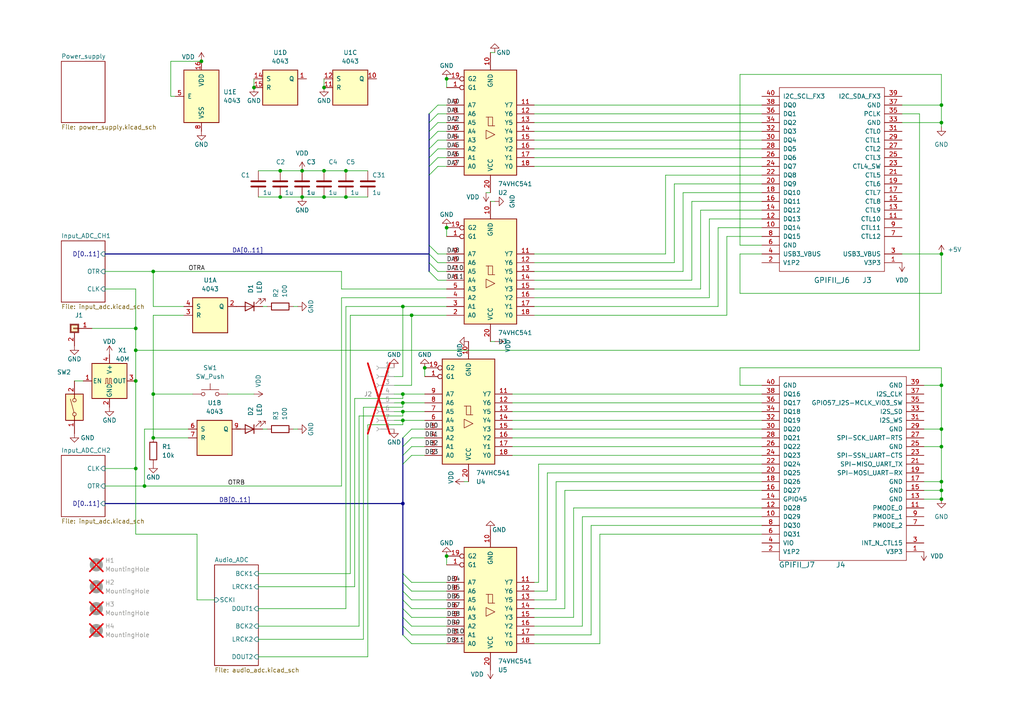
<source format=kicad_sch>
(kicad_sch (version 20231120) (generator "eeschema") (generator_version "8.0")
  (paper "A4")
  (title_block (title "MISRC") (date "2024-05-10") (rev "2.0") (comment 1 "Digital Interface"))
  (lib_symbols
    (symbol "4043:4043" (pin_names (offset 1.016))
      (property "Reference" "U" (at -7.62 8.89 0))
      (property "Value" "4043" (at -7.62 -8.89 0))
      (symbol "4043_1_1"
        (rectangle (start -5.08 5.08) (end 5.08 -5.08) (stroke (width 0.254)) (fill (type background)))
        (pin output line (at 7.62 2.54 180) (length 2.54) (name "Q") (number "2"))
        (pin input line (at -7.62 0 0) (length 2.54) (name "R") (number "3"))
        (pin input line (at -7.62 2.54 0) (length 2.54) (name "S") (number "4"))
      )
      (symbol "4043_2_1"
        (rectangle (start -5.08 5.08) (end 5.08 -5.08) (stroke (width 0.254)) (fill (type background)))
        (pin input line (at -7.62 2.54 0) (length 2.54) (name "S") (number "6"))
        (pin input line (at -7.62 0 0) (length 2.54) (name "R") (number "7"))
        (pin output line (at 7.62 2.54 180) (length 2.54) (name "Q") (number "9"))
      )
      (symbol "4043_3_1"
        (rectangle (start -5.08 5.08) (end 5.08 -5.08) (stroke (width 0.254)) (fill (type background)))
        (pin output line (at 7.62 2.54 180) (length 2.54) (name "Q") (number "10"))
        (pin input line (at -7.62 0 0) (length 2.54) (name "R") (number "11"))
        (pin input line (at -7.62 2.54 0) (length 2.54) (name "S") (number "12"))
      )
      (symbol "4043_4_1"
        (rectangle (start -5.08 5.08) (end 5.08 -5.08) (stroke (width 0.254)) (fill (type background)))
        (pin output line (at 7.62 2.54 180) (length 2.54) (name "Q") (number "1"))
        (pin input line (at -7.62 2.54 0) (length 2.54) (name "S") (number "14"))
        (pin input line (at -7.62 0 0) (length 2.54) (name "R") (number "15"))
      )
      (symbol "4043_5_0"
        (pin power_in line (at 0 10.16 270) (length 2.54) (name "VDD") (number "16"))
        (pin input line (at -7.62 0 0) (length 2.54) (name "E") (number "5"))
        (pin power_in line (at 0 -10.16 90) (length 2.54) (name "VSS") (number "8"))
      )
      (symbol "4043_5_1"
        (rectangle (start -5.08 7.62) (end 5.08 -7.62) (stroke (width 0.254)) (fill (type background)))
      )
    )
    (symbol "74xx:74LS541" (pin_names (offset 1.016))
      (property "Reference" "U" (at -7.62 16.51 0))
      (property "Value" "74LS541" (at -7.62 -16.51 0))
      (symbol "74LS541_1_0"
        (polyline (pts (xy -0.635 -1.6002) (xy -0.635 0.9398) (xy 0.635 0.9398)))
        (polyline (pts (xy -1.27 -1.6002) (xy 0.635 -1.6002) (xy 0.635 0.9398) (xy 1.27 0.9398)))
        (polyline (pts (xy 1.27 3.4798) (xy -1.27 4.7498) (xy -1.27 2.2098) (xy 1.27 3.4798)) (stroke (width 0.1524)))
        (pin input inverted (at -12.7 -10.16 0) (length 5.08) (name "G1") (number "1"))
        (pin power_in line (at 0 -20.32 90) (length 5.08) (name "GND") (number "10"))
        (pin tri_state line (at 12.7 -5.08 180) (length 5.08) (name "Y7") (number "11"))
        (pin tri_state line (at 12.7 -2.54 180) (length 5.08) (name "Y6") (number "12"))
        (pin tri_state line (at 12.7 0 180) (length 5.08) (name "Y5") (number "13"))
        (pin tri_state line (at 12.7 2.54 180) (length 5.08) (name "Y4") (number "14"))
        (pin tri_state line (at 12.7 5.08 180) (length 5.08) (name "Y3") (number "15"))
        (pin tri_state line (at 12.7 7.62 180) (length 5.08) (name "Y2") (number "16"))
        (pin tri_state line (at 12.7 10.16 180) (length 5.08) (name "Y1") (number "17"))
        (pin tri_state line (at 12.7 12.7 180) (length 5.08) (name "Y0") (number "18"))
        (pin input inverted (at -12.7 -12.7 0) (length 5.08) (name "G2") (number "19"))
        (pin input line (at -12.7 12.7 0) (length 5.08) (name "A0") (number "2"))
        (pin power_in line (at 0 20.32 270) (length 5.08) (name "VCC") (number "20"))
        (pin input line (at -12.7 10.16 0) (length 5.08) (name "A1") (number "3"))
        (pin input line (at -12.7 7.62 0) (length 5.08) (name "A2") (number "4"))
        (pin input line (at -12.7 5.08 0) (length 5.08) (name "A3") (number "5"))
        (pin input line (at -12.7 2.54 0) (length 5.08) (name "A4") (number "6"))
        (pin input line (at -12.7 0 0) (length 5.08) (name "A5") (number "7"))
        (pin input line (at -12.7 -2.54 0) (length 5.08) (name "A6") (number "8"))
        (pin input line (at -12.7 -5.08 0) (length 5.08) (name "A7") (number "9"))
      )
      (symbol "74LS541_1_1"
        (rectangle (start -7.62 15.24) (end 7.62 -15.24) (stroke (width 0.254)) (fill (type background)))
      )
    )
    (symbol "Connector:Conn_01x08_Socket" (pin_names (offset 1.016) hide)
      (property "Reference" "J" (at 0 10.16 0))
      (property "Value" "Conn_01x08_Socket" (at 0 -12.7 0))
      (symbol "Conn_01x08_Socket_1_1"
        (arc (start 0 -9.652) (mid -0.5058 -10.16) (end 0 -10.668) (stroke (width 0.1524)))
        (arc (start 0 -7.112) (mid -0.5058 -7.62) (end 0 -8.128) (stroke (width 0.1524)))
        (arc (start 0 -4.572) (mid -0.5058 -5.08) (end 0 -5.588) (stroke (width 0.1524)))
        (arc (start 0 -2.032) (mid -0.5058 -2.54) (end 0 -3.048) (stroke (width 0.1524)))
        (polyline (pts (xy -1.27 -10.16) (xy -0.508 -10.16)) (stroke (width 0.1524)))
        (polyline (pts (xy -1.27 -7.62) (xy -0.508 -7.62)) (stroke (width 0.1524)))
        (polyline (pts (xy -1.27 -5.08) (xy -0.508 -5.08)) (stroke (width 0.1524)))
        (polyline (pts (xy -1.27 -2.54) (xy -0.508 -2.54)) (stroke (width 0.1524)))
        (polyline (pts (xy -1.27 0) (xy -0.508 0)) (stroke (width 0.1524)))
        (polyline (pts (xy -1.27 2.54) (xy -0.508 2.54)) (stroke (width 0.1524)))
        (polyline (pts (xy -1.27 5.08) (xy -0.508 5.08)) (stroke (width 0.1524)))
        (polyline (pts (xy -1.27 7.62) (xy -0.508 7.62)) (stroke (width 0.1524)))
        (arc (start 0 0.508) (mid -0.5058 0) (end 0 -0.508) (stroke (width 0.1524)))
        (arc (start 0 3.048) (mid -0.5058 2.54) (end 0 2.032) (stroke (width 0.1524)))
        (arc (start 0 5.588) (mid -0.5058 5.08) (end 0 4.572) (stroke (width 0.1524)))
        (arc (start 0 8.128) (mid -0.5058 7.62) (end 0 7.112) (stroke (width 0.1524)))
        (pin passive line (at -5.08 7.62 0) (length 3.81) (name "Pin_1") (number "1"))
        (pin passive line (at -5.08 5.08 0) (length 3.81) (name "Pin_2") (number "2"))
        (pin passive line (at -5.08 2.54 0) (length 3.81) (name "Pin_3") (number "3"))
        (pin passive line (at -5.08 0 0) (length 3.81) (name "Pin_4") (number "4"))
        (pin passive line (at -5.08 -2.54 0) (length 3.81) (name "Pin_5") (number "5"))
        (pin passive line (at -5.08 -5.08 0) (length 3.81) (name "Pin_6") (number "6"))
        (pin passive line (at -5.08 -7.62 0) (length 3.81) (name "Pin_7") (number "7"))
        (pin passive line (at -5.08 -10.16 0) (length 3.81) (name "Pin_8") (number "8"))
      )
    )
    (symbol "Connector_Generic_Shielded:Conn_01x01_Shielded" (pin_names (offset 1.016) hide)
      (property "Reference" "J1" (at -2.54 3.81 0))
      (symbol "Conn_01x01_Shielded_1_1"
        (rectangle (start -1.27 1.27) (end 1.27 -1.27) (stroke (width 0.1524)))
        (rectangle (start -1.016 0.127) (end 0.254 -0.127) (stroke (width 0.1524)))
        (rectangle (start -1.016 1.016) (end 1.016 -1.016) (stroke (width 0.254)) (fill (type background)))
        (pin passive line (at -5.08 0 0) (length 4.064) (name "Pin_1") (number "1"))
        (pin passive line (at 0 -5.08 90) (length 3.81) (name "Shield") (number "2"))
      )
    )
    (symbol "Device:C" (pin_numbers hide) (pin_names (offset 0.254))
      (property "Reference" "C" (at 0.635 2.54 0))
      (property "Value" "C" (at 0.635 -2.54 0))
      (symbol "C_0_1"
        (polyline (pts (xy -2.032 -0.762) (xy 2.032 -0.762)) (stroke (width 0.508)))
        (polyline (pts (xy -2.032 0.762) (xy 2.032 0.762)) (stroke (width 0.508)))
      )
      (symbol "C_1_1"
        (pin passive line (at 0 3.81 270) (length 2.794) (name "~") (number "1"))
        (pin passive line (at 0 -3.81 90) (length 2.794) (name "~") (number "2"))
      )
    )
    (symbol "Device:LED" (pin_numbers hide) (pin_names (offset 1.016) hide)
      (property "Reference" "D" (at 0 2.54 0))
      (property "Value" "LED" (at 0 -2.54 0))
      (symbol "LED_0_1"
        (polyline (pts (xy -1.27 -1.27) (xy -1.27 1.27)) (stroke (width 0.254)))
        (polyline (pts (xy -1.27 0) (xy 1.27 0)))
        (polyline (pts (xy 1.27 -1.27) (xy 1.27 1.27) (xy -1.27 0) (xy 1.27 -1.27)) (stroke (width 0.254)))
        (polyline (pts (xy -3.048 -0.762) (xy -4.572 -2.286) (xy -3.81 -2.286) (xy -4.572 -2.286) (xy -4.572 -1.524)))
        (polyline (pts (xy -1.778 -0.762) (xy -3.302 -2.286) (xy -2.54 -2.286) (xy -3.302 -2.286) (xy -3.302 -1.524)))
      )
      (symbol "LED_1_1"
        (pin passive line (at -3.81 0 0) (length 2.54) (name "K") (number "1"))
        (pin passive line (at 3.81 0 180) (length 2.54) (name "A") (number "2"))
      )
    )
    (symbol "Device:R" (pin_numbers hide) (pin_names (offset 0))
      (property "Reference" "R" (at 2.032 0 90))
      (property "Value" "R" (at 0 0 90))
      (symbol "R_0_1"
        (rectangle (start -1.016 -2.54) (end 1.016 2.54) (stroke (width 0.254)))
      )
      (symbol "R_1_1"
        (pin passive line (at 0 3.81 270) (length 1.27) (name "~") (number "1"))
        (pin passive line (at 0 -3.81 90) (length 1.27) (name "~") (number "2"))
      )
    )
    (symbol "Mechanical:MountingHole" (pin_names (offset 1.016))
      (property "Reference" "H" (at 0 5.08 0))
      (property "Value" "MountingHole" (at 0 3.175 0))
      (symbol "MountingHole_0_1"
        (circle (center 0 0) (radius 1.27) (stroke (width 1.27)))
      )
    )
    (symbol "Oscillator:XO53" (pin_names (offset 0.254))
      (property "Reference" "X" (at -5.08 6.35 0))
      (property "Value" "XO53" (at 1.27 -6.35 0))
      (symbol "XO53_0_1"
        (rectangle (start -5.08 5.08) (end 5.08 -5.08) (stroke (width 0.254)) (fill (type background)))
        (polyline (pts (xy 0.762 -0.762) (xy 0.508 -0.762) (xy 0.508 0.762) (xy 0 0.762) (xy 0 -0.762) (xy -0.508 -0.762) (xy -0.508 0.762) (xy -1.016 0.762) (xy -1.016 -0.762) (xy -1.27 -0.762)))
      )
      (symbol "XO53_1_1"
        (pin input line (at -7.62 0 0) (length 2.54) (name "EN") (number "1"))
        (pin power_in line (at 0 -7.62 90) (length 2.54) (name "GND") (number "2"))
        (pin output line (at 7.62 0 180) (length 2.54) (name "OUT") (number "3"))
        (pin power_in line (at 0 7.62 270) (length 2.54) (name "V+") (number "4"))
      )
    )
    (symbol "Switch:SW_DIP_x01" (pin_names (offset 0) hide)
      (property "Reference" "SW" (at 0 3.81 0))
      (property "Value" "SW_DIP_x01" (at 0 -3.81 0))
      (symbol "SW_DIP_x01_0_0"
        (circle (center -2.032 0) (radius 0.508))
        (polyline (pts (xy -1.524 0.127) (xy 2.3622 1.1684)))
        (circle (center 2.032 0) (radius 0.508))
      )
      (symbol "SW_DIP_x01_0_1"
        (rectangle (start -3.81 2.54) (end 3.81 -2.54) (stroke (width 0.254)) (fill (type background)))
      )
      (symbol "SW_DIP_x01_1_1"
        (pin passive line (at -7.62 0 0) (length 5.08) (name "~") (number "1"))
        (pin passive line (at 7.62 0 180) (length 5.08) (name "~") (number "2"))
      )
    )
    (symbol "Switch:SW_Push" (pin_numbers hide) (pin_names (offset 1.016) hide)
      (property "Reference" "SW" (at 1.27 2.54 0))
      (property "Value" "SW_Push" (at 0 -1.524 0))
      (symbol "SW_Push_0_1"
        (circle (center -2.032 0) (radius 0.508))
        (polyline (pts (xy 0 1.27) (xy 0 3.048)))
        (polyline (pts (xy 2.54 1.27) (xy -2.54 1.27)))
        (circle (center 2.032 0) (radius 0.508))
        (pin passive line (at -5.08 0 0) (length 2.54) (name "1") (number "1"))
        (pin passive line (at 5.08 0 180) (length 2.54) (name "2") (number "2"))
      )
    )
    (symbol "gpifii_j6:GPIFII_J6" (pin_names (offset 1.016))
      (property "Reference" "J3" (at -10.16 27.94 0))
      (property "Value" "GPIFII_J6" (at 0 27.94 0))
      (symbol "GPIFII_J6_0_1"
        (rectangle (start -15.24 25.4) (end 15.24 -27.94))
      )
      (symbol "GPIFII_J6_1_1"
        (pin power_in line (at -20.32 22.86 0) (length 5.08) (name "V3P3") (number "1"))
        (pin bidirectional line (at 20.32 12.7 180) (length 5.08) (name "DQ14") (number "10"))
        (pin bidirectional line (at -20.32 10.16 0) (length 5.08) (name "CTL10") (number "11"))
        (pin bidirectional line (at 20.32 10.16 180) (length 5.08) (name "DQ13") (number "12"))
        (pin bidirectional line (at -20.32 7.62 0) (length 5.08) (name "CTL9") (number "13"))
        (pin bidirectional line (at 20.32 7.62 180) (length 5.08) (name "DQ12") (number "14"))
        (pin bidirectional line (at -20.32 5.08 0) (length 5.08) (name "CTL8") (number "15"))
        (pin bidirectional line (at 20.32 5.08 180) (length 5.08) (name "DQ11") (number "16"))
        (pin bidirectional line (at -20.32 2.54 0) (length 5.08) (name "CTL7") (number "17"))
        (pin bidirectional line (at 20.32 2.54 180) (length 5.08) (name "DQ10") (number "18"))
        (pin bidirectional line (at -20.32 0 0) (length 5.08) (name "CTL6") (number "19"))
        (pin power_out line (at 20.32 22.86 180) (length 5.08) (name "V1P2") (number "2"))
        (pin bidirectional line (at 20.32 0 180) (length 5.08) (name "DQ9") (number "20"))
        (pin bidirectional line (at -20.32 -2.54 0) (length 5.08) (name "CTL5") (number "21"))
        (pin bidirectional line (at 20.32 -2.54 180) (length 5.08) (name "DQ8") (number "22"))
        (pin bidirectional line (at -20.32 -5.08 0) (length 5.08) (name "CTL4_SW") (number "23"))
        (pin bidirectional line (at 20.32 -5.08 180) (length 5.08) (name "DQ7") (number "24"))
        (pin bidirectional line (at -20.32 -7.62 0) (length 5.08) (name "CTL3") (number "25"))
        (pin bidirectional line (at 20.32 -7.62 180) (length 5.08) (name "DQ6") (number "26"))
        (pin bidirectional line (at -20.32 -10.16 0) (length 5.08) (name "CTL2") (number "27"))
        (pin bidirectional line (at 20.32 -10.16 180) (length 5.08) (name "DQ5") (number "28"))
        (pin bidirectional line (at -20.32 -12.7 0) (length 5.08) (name "CTL1") (number "29"))
        (pin power_in line (at -20.32 20.32 0) (length 5.08) (name "USB3_VBUS") (number "3"))
        (pin bidirectional line (at 20.32 -12.7 180) (length 5.08) (name "DQ4") (number "30"))
        (pin bidirectional line (at -20.32 -15.24 0) (length 5.08) (name "CTL0") (number "31"))
        (pin bidirectional line (at 20.32 -15.24 180) (length 5.08) (name "DQ3") (number "32"))
        (pin power_in line (at -20.32 -17.78 0) (length 5.08) (name "GND") (number "33"))
        (pin bidirectional line (at 20.32 -17.78 180) (length 5.08) (name "DQ2") (number "34"))
        (pin bidirectional line (at -20.32 -20.32 0) (length 5.08) (name "PCLK") (number "35"))
        (pin bidirectional line (at 20.32 -20.32 180) (length 5.08) (name "DQ1") (number "36"))
        (pin power_in line (at -20.32 -22.86 0) (length 5.08) (name "GND") (number "37"))
        (pin bidirectional line (at 20.32 -22.86 180) (length 5.08) (name "DQ0") (number "38"))
        (pin bidirectional line (at -20.32 -25.4 0) (length 5.08) (name "I2C_SDA_FX3") (number "39"))
        (pin power_in line (at 20.32 20.32 180) (length 5.08) (name "USB3_VBUS") (number "4"))
        (pin bidirectional line (at 20.32 -25.4 180) (length 5.08) (name "I2C_SCL_FX3") (number "40"))
        (pin power_in line (at 20.32 17.78 180) (length 5.08) (name "GND") (number "6"))
        (pin bidirectional line (at -20.32 15.24 0) (length 5.08) (name "CTL12") (number "7"))
        (pin bidirectional line (at 20.32 15.24 180) (length 5.08) (name "DQ15") (number "8"))
        (pin bidirectional line (at -20.32 12.7 0) (length 5.08) (name "CTL11") (number "9"))
      )
    )
    (symbol "gpifii_j7:GPIFII_J7" (pin_names (offset 1.016))
      (property "Reference" "J4" (at 0 26.67 0))
      (property "Value" "GPIFII_J7" (at 12.7 26.67 0))
      (symbol "GPIFII_J7_0_1"
        (rectangle (start -19.05 25.4) (end 17.78 -27.94))
      )
      (symbol "GPIFII_J7_1_1"
        (pin power_in line (at -24.13 22.86 0) (length 5.08) (name "V3P3") (number "1"))
        (pin bidirectional line (at 22.86 12.7 180) (length 5.08) (name "DQ29") (number "10"))
        (pin bidirectional line (at -24.13 10.16 0) (length 5.08) (name "PMODE_0") (number "11"))
        (pin bidirectional line (at 22.86 10.16 180) (length 5.08) (name "DQ28") (number "12"))
        (pin power_in line (at -24.13 7.62 0) (length 5.08) (name "GND") (number "13"))
        (pin bidirectional line (at 22.86 7.62 180) (length 5.08) (name "GPIO45") (number "14"))
        (pin power_in line (at -24.13 5.08 0) (length 5.08) (name "GND") (number "15"))
        (pin bidirectional line (at 22.86 5.08 180) (length 5.08) (name "DQ27") (number "16"))
        (pin power_in line (at -24.13 2.54 0) (length 5.08) (name "GND") (number "17"))
        (pin bidirectional line (at 22.86 2.54 180) (length 5.08) (name "DQ26") (number "18"))
        (pin bidirectional line (at -24.13 0 0) (length 5.08) (name "SPI-MOSI_UART-RX") (number "19"))
        (pin power_in line (at 22.86 22.86 180) (length 5.08) (name "V1P2") (number "2"))
        (pin bidirectional line (at 22.86 0 180) (length 5.08) (name "DQ25") (number "20"))
        (pin bidirectional line (at -24.13 -2.54 0) (length 5.08) (name "SPI-MISO_UART_TX") (number "21"))
        (pin bidirectional line (at 22.86 -2.54 180) (length 5.08) (name "DQ24") (number "22"))
        (pin bidirectional line (at -24.13 -5.08 0) (length 5.08) (name "SPI-SSN_UART-CTS") (number "23"))
        (pin bidirectional line (at 22.86 -5.08 180) (length 5.08) (name "DQ23") (number "24"))
        (pin power_in line (at -24.13 -7.62 0) (length 5.08) (name "GND") (number "25"))
        (pin bidirectional line (at 22.86 -7.62 180) (length 5.08) (name "DQ22") (number "26"))
        (pin bidirectional line (at -24.13 -10.16 0) (length 5.08) (name "SPI-SCK_UART-RTS") (number "27"))
        (pin bidirectional line (at 22.86 -10.16 180) (length 5.08) (name "DQ21") (number "28"))
        (pin power_in line (at -24.13 -12.7 0) (length 5.08) (name "GND") (number "29"))
        (pin bidirectional line (at -24.13 20.32 0) (length 5.08) (name "INT_N_CTL15") (number "3"))
        (pin bidirectional line (at 22.86 -12.7 180) (length 5.08) (name "DQ20") (number "30"))
        (pin bidirectional line (at -24.13 -15.24 0) (length 5.08) (name "I2S_WS") (number "31"))
        (pin bidirectional line (at 22.86 -15.24 180) (length 5.08) (name "DQ19") (number "32"))
        (pin bidirectional line (at -24.13 -17.78 0) (length 5.08) (name "I2S_SD") (number "33"))
        (pin bidirectional line (at 22.86 -17.78 180) (length 5.08) (name "DQ18") (number "34"))
        (pin bidirectional line (at -24.13 -20.32 0) (length 5.08) (name "GPIO57_I2S-MCLK_VIO3_SW") (number "35"))
        (pin bidirectional line (at 22.86 -20.32 180) (length 5.08) (name "DQ17") (number "36"))
        (pin bidirectional line (at -24.13 -22.86 0) (length 5.08) (name "I2S_CLK") (number "37"))
        (pin bidirectional line (at 22.86 -22.86 180) (length 5.08) (name "DQ16") (number "38"))
        (pin power_in line (at -24.13 -25.4 0) (length 5.08) (name "GND") (number "39"))
        (pin power_out line (at 22.86 20.32 180) (length 5.08) (name "VIO") (number "4"))
        (pin power_in line (at 22.86 -25.4 180) (length 5.08) (name "GND") (number "40"))
        (pin bidirectional line (at 22.86 17.78 180) (length 5.08) (name "DQ31") (number "6"))
        (pin bidirectional line (at -24.13 15.24 0) (length 5.08) (name "PMODE_2") (number "7"))
        (pin bidirectional line (at 22.86 15.24 180) (length 5.08) (name "DQ30") (number "8"))
        (pin bidirectional line (at -24.13 12.7 0) (length 5.08) (name "PMODE_1") (number "9"))
      )
    )
    (symbol "power:+5V" (power) (pin_names (offset 0))
      (property "Value" "+5V" (at 0 3.556 0))
      (symbol "+5V_0_1"
        (polyline (pts (xy -0.762 1.27) (xy 0 2.54)))
        (polyline (pts (xy 0 0) (xy 0 2.54)))
        (polyline (pts (xy 0 2.54) (xy 0.762 1.27)))
      )
      (symbol "+5V_1_1"
        (pin power_in line (at 0 0 90) (length 0) hide (name "+5V") (number "1"))
      )
    )
    (symbol "power:GND" (power) (pin_names (offset 0))
      (property "Value" "GND" (at 0 -3.81 0))
      (symbol "GND_0_1"
        (polyline (pts (xy 0 0) (xy 0 -1.27) (xy 1.27 -1.27) (xy 0 -2.54) (xy -1.27 -1.27) (xy 0 -1.27)))
      )
      (symbol "GND_1_1"
        (pin power_in line (at 0 0 270) (length 0) hide (name "GND") (number "1"))
      )
    )
    (symbol "power:VDD" (power) (pin_names (offset 0))
      (property "Value" "VDD" (at 0 3.81 0))
      (symbol "VDD_0_1"
        (polyline (pts (xy -0.762 1.27) (xy 0 2.54)))
        (polyline (pts (xy 0 0) (xy 0 2.54)))
        (polyline (pts (xy 0 2.54) (xy 0.762 1.27)))
      )
      (symbol "VDD_1_1"
        (pin power_in line (at 0 0 90) (length 0) hide (name "VDD") (number "1"))
      )
    )
  )
  (junction (at 44.45 78.74))
  (junction (at 116.84 116.84))
  (junction (at 273.05 111.76))
  (junction (at 116.84 119.38))
  (junction (at 39.37 101.6))
  (junction (at 87.63 57.15))
  (junction (at 81.28 49.53))
  (junction (at 100.33 57.15))
  (junction (at 129.54 161.29))
  (junction (at 116.84 88.9))
  (junction (at 39.37 135.89))
  (junction (at 93.98 57.15))
  (junction (at 273.05 144.78))
  (junction (at 39.37 110.49))
  (junction (at 73.66 25.4))
  (junction (at 123.19 106.68))
  (junction (at 58.42 17.78))
  (junction (at 100.33 49.53))
  (junction (at 116.84 146.05))
  (junction (at 129.54 22.86))
  (junction (at 116.84 114.3))
  (junction (at 273.05 35.56))
  (junction (at 44.45 127))
  (junction (at 39.37 95.25))
  (junction (at 129.54 66.04))
  (junction (at 273.05 129.54))
  (junction (at 93.98 49.53))
  (junction (at 273.05 30.48))
  (junction (at 116.84 121.92))
  (junction (at 87.63 49.53))
  (junction (at 93.98 25.4))
  (junction (at 44.45 114.3))
  (junction (at 81.28 57.15))
  (junction (at 273.05 142.24))
  (junction (at 273.05 139.7))
  (junction (at 41.91 140.97))
  (junction (at 119.38 91.44))
  (junction (at 273.05 73.66))
  (junction (at 273.05 124.46))
  (bus_entry (at 124.46 43.18) (size 2.54 -2.54))
  (bus_entry (at 116.84 134.62) (size 2.54 -2.54))
  (bus_entry (at 116.84 132.08) (size 2.54 -2.54))
  (bus_entry (at 116.84 171.45) (size 2.54 2.54))
  (bus_entry (at 124.46 50.8) (size 2.54 -2.54))
  (bus_entry (at 116.84 129.54) (size 2.54 -2.54))
  (bus_entry (at 124.46 73.66) (size 2.54 2.54))
  (bus_entry (at 116.84 176.53) (size 2.54 2.54))
  (bus_entry (at 116.84 184.15) (size 2.54 2.54))
  (bus_entry (at 124.46 38.1) (size 2.54 -2.54))
  (bus_entry (at 124.46 78.74) (size 2.54 2.54))
  (bus_entry (at 124.46 35.56) (size 2.54 -2.54))
  (bus_entry (at 124.46 71.12) (size 2.54 2.54))
  (bus_entry (at 116.84 179.07) (size 2.54 2.54))
  (bus_entry (at 124.46 48.26) (size 2.54 -2.54))
  (bus_entry (at 116.84 166.37) (size 2.54 2.54))
  (bus_entry (at 116.84 168.91) (size 2.54 2.54))
  (bus_entry (at 124.46 33.02) (size 2.54 -2.54))
  (bus_entry (at 116.84 173.99) (size 2.54 2.54))
  (bus_entry (at 124.46 45.72) (size 2.54 -2.54))
  (bus_entry (at 116.84 127) (size 2.54 -2.54))
  (bus_entry (at 124.46 40.64) (size 2.54 -2.54))
  (bus_entry (at 116.84 181.61) (size 2.54 2.54))
  (bus_entry (at 124.46 76.2) (size 2.54 2.54))
  (wire (pts (xy 195.58 53.34) (xy 195.58 76.2)))
  (wire (pts (xy 74.93 190.5) (xy 106.68 190.5)))
  (wire (pts (xy 220.98 147.32) (xy 166.37 147.32)))
  (wire (pts (xy 203.2 60.96) (xy 220.98 60.96)))
  (wire (pts (xy 102.87 115.57) (xy 102.87 170.18)))
  (wire (pts (xy 127 73.66) (xy 129.54 73.66)))
  (wire (pts (xy 116.84 120.65) (xy 116.84 119.38)))
  (wire (pts (xy 116.84 88.9) (xy 116.84 109.22)))
  (wire (pts (xy 148.59 119.38) (xy 220.98 119.38)))
  (wire (pts (xy 273.05 111.76) (xy 267.97 111.76)))
  (wire (pts (xy 87.63 57.15) (xy 93.98 57.15)))
  (wire (pts (xy 73.66 22.86) (xy 73.66 25.4)))
  (wire (pts (xy 143.51 58.42) (xy 142.24 58.42)))
  (wire (pts (xy 101.6 91.44) (xy 119.38 91.44)))
  (wire (pts (xy 104.14 120.65) (xy 116.84 120.65)))
  (bus (pts (xy 116.84 173.99) (xy 116.84 176.53)))
  (wire (pts (xy 171.45 152.4) (xy 171.45 184.15)))
  (bus (pts (xy 124.46 38.1) (xy 124.46 40.64)))
  (wire (pts (xy 203.2 60.96) (xy 203.2 83.82)))
  (wire (pts (xy 129.54 163.83) (xy 129.54 161.29)))
  (wire (pts (xy 116.84 109.22) (xy 114.3 109.22)))
  (wire (pts (xy 154.94 176.53) (xy 163.83 176.53)))
  (bus (pts (xy 116.84 179.07) (xy 116.84 181.61)))
  (wire (pts (xy 39.37 95.25) (xy 39.37 101.6)))
  (wire (pts (xy 261.62 30.48) (xy 273.05 30.48)))
  (wire (pts (xy 161.29 139.7) (xy 161.29 173.99)))
  (wire (pts (xy 116.84 88.9) (xy 129.54 88.9)))
  (wire (pts (xy 261.62 33.02) (xy 266.7 33.02)))
  (wire (pts (xy 74.93 181.61) (xy 104.14 181.61)))
  (wire (pts (xy 127 40.64) (xy 129.54 40.64)))
  (wire (pts (xy 74.93 176.53) (xy 100.33 176.53)))
  (wire (pts (xy 154.94 88.9) (xy 208.28 88.9)))
  (wire (pts (xy 114.3 114.3) (xy 116.84 114.3)))
  (wire (pts (xy 114.3 111.76) (xy 119.38 111.76)))
  (wire (pts (xy 273.05 129.54) (xy 273.05 124.46)))
  (wire (pts (xy 154.94 73.66) (xy 193.04 73.66)))
  (wire (pts (xy 30.48 140.97) (xy 41.91 140.97)))
  (bus (pts (xy 124.46 43.18) (xy 124.46 45.72)))
  (wire (pts (xy 119.38 176.53) (xy 129.54 176.53)))
  (wire (pts (xy 54.61 124.46) (xy 41.91 124.46)))
  (wire (pts (xy 154.94 83.82) (xy 203.2 83.82)))
  (wire (pts (xy 119.38 129.54) (xy 123.19 129.54)))
  (bus (pts (xy 116.84 129.54) (xy 116.84 132.08)))
  (wire (pts (xy 114.3 121.92) (xy 116.84 121.92)))
  (wire (pts (xy 140.97 55.88) (xy 142.24 55.88)))
  (wire (pts (xy 85.09 88.9) (xy 86.36 88.9)))
  (wire (pts (xy 76.2 88.9) (xy 77.47 88.9)))
  (wire (pts (xy 39.37 101.6) (xy 39.37 110.49)))
  (wire (pts (xy 100.33 57.15) (xy 106.68 57.15)))
  (wire (pts (xy 66.04 114.3) (xy 73.66 114.3)))
  (wire (pts (xy 129.54 25.4) (xy 129.54 22.86)))
  (wire (pts (xy 57.15 154.94) (xy 39.37 154.94)))
  (wire (pts (xy 87.63 49.53) (xy 93.98 49.53)))
  (wire (pts (xy 105.41 118.11) (xy 105.41 185.42)))
  (wire (pts (xy 57.15 173.99) (xy 57.15 154.94)))
  (wire (pts (xy 154.94 38.1) (xy 220.98 38.1)))
  (wire (pts (xy 41.91 140.97) (xy 99.06 140.97)))
  (wire (pts (xy 154.94 45.72) (xy 220.98 45.72)))
  (wire (pts (xy 127 81.28) (xy 129.54 81.28)))
  (wire (pts (xy 99.06 83.82) (xy 99.06 78.74)))
  (wire (pts (xy 44.45 78.74) (xy 44.45 88.9)))
  (wire (pts (xy 154.94 181.61) (xy 168.91 181.61)))
  (wire (pts (xy 69.85 124.46) (xy 68.58 124.46)))
  (wire (pts (xy 161.29 139.7) (xy 220.98 139.7)))
  (wire (pts (xy 30.48 78.74) (xy 44.45 78.74)))
  (bus (pts (xy 116.84 127) (xy 116.84 129.54)))
  (wire (pts (xy 119.38 171.45) (xy 129.54 171.45)))
  (wire (pts (xy 127 45.72) (xy 129.54 45.72)))
  (wire (pts (xy 273.05 35.56) (xy 273.05 30.48)))
  (wire (pts (xy 154.94 91.44) (xy 210.82 91.44)))
  (wire (pts (xy 154.94 48.26) (xy 220.98 48.26)))
  (bus (pts (xy 116.84 134.62) (xy 116.84 146.05)))
  (wire (pts (xy 74.93 49.53) (xy 81.28 49.53)))
  (wire (pts (xy 214.63 73.66) (xy 220.98 73.66)))
  (wire (pts (xy 173.99 154.94) (xy 173.99 186.69)))
  (wire (pts (xy 49.53 17.78) (xy 58.42 17.78)))
  (wire (pts (xy 100.33 88.9) (xy 116.84 88.9)))
  (wire (pts (xy 273.05 111.76) (xy 273.05 106.68)))
  (wire (pts (xy 214.63 71.12) (xy 220.98 71.12)))
  (wire (pts (xy 30.48 83.82) (xy 39.37 83.82)))
  (wire (pts (xy 158.75 137.16) (xy 158.75 171.45)))
  (wire (pts (xy 119.38 181.61) (xy 129.54 181.61)))
  (bus (pts (xy 124.46 71.12) (xy 124.46 73.66)))
  (wire (pts (xy 163.83 142.24) (xy 220.98 142.24)))
  (wire (pts (xy 62.23 173.99) (xy 57.15 173.99)))
  (wire (pts (xy 214.63 85.09) (xy 214.63 73.66)))
  (wire (pts (xy 200.66 58.42) (xy 200.66 81.28)))
  (wire (pts (xy 116.84 119.38) (xy 123.19 119.38)))
  (bus (pts (xy 116.84 168.91) (xy 116.84 171.45)))
  (wire (pts (xy 142.24 99.06) (xy 143.51 99.06)))
  (wire (pts (xy 210.82 68.58) (xy 220.98 68.58)))
  (wire (pts (xy 210.82 68.58) (xy 210.82 91.44)))
  (wire (pts (xy 195.58 53.34) (xy 220.98 53.34)))
  (wire (pts (xy 81.28 49.53) (xy 87.63 49.53)))
  (wire (pts (xy 156.21 168.91) (xy 154.94 168.91)))
  (wire (pts (xy 214.63 111.76) (xy 220.98 111.76)))
  (wire (pts (xy 148.59 116.84) (xy 220.98 116.84)))
  (wire (pts (xy 119.38 186.69) (xy 129.54 186.69)))
  (wire (pts (xy 99.06 140.97) (xy 99.06 86.36)))
  (wire (pts (xy 267.97 144.78) (xy 273.05 144.78)))
  (wire (pts (xy 154.94 30.48) (xy 220.98 30.48)))
  (wire (pts (xy 154.94 43.18) (xy 220.98 43.18)))
  (bus (pts (xy 116.84 132.08) (xy 116.84 134.62)))
  (wire (pts (xy 26.67 95.25) (xy 39.37 95.25)))
  (wire (pts (xy 148.59 129.54) (xy 220.98 129.54)))
  (wire (pts (xy 261.62 35.56) (xy 273.05 35.56)))
  (wire (pts (xy 200.66 58.42) (xy 220.98 58.42)))
  (wire (pts (xy 93.98 57.15) (xy 100.33 57.15)))
  (wire (pts (xy 154.94 35.56) (xy 220.98 35.56)))
  (wire (pts (xy 93.98 49.53) (xy 100.33 49.53)))
  (wire (pts (xy 101.6 166.37) (xy 101.6 91.44)))
  (wire (pts (xy 220.98 152.4) (xy 171.45 152.4)))
  (wire (pts (xy 119.38 173.99) (xy 129.54 173.99)))
  (wire (pts (xy 148.59 127) (xy 220.98 127)))
  (wire (pts (xy 39.37 154.94) (xy 39.37 135.89)))
  (wire (pts (xy 44.45 91.44) (xy 53.34 91.44)))
  (wire (pts (xy 44.45 114.3) (xy 55.88 114.3)))
  (wire (pts (xy 154.94 33.02) (xy 220.98 33.02)))
  (wire (pts (xy 74.93 166.37) (xy 101.6 166.37)))
  (wire (pts (xy 76.2 124.46) (xy 77.47 124.46)))
  (wire (pts (xy 119.38 132.08) (xy 123.19 132.08)))
  (wire (pts (xy 102.87 115.57) (xy 116.84 115.57)))
  (wire (pts (xy 193.04 50.8) (xy 220.98 50.8)))
  (wire (pts (xy 154.94 173.99) (xy 161.29 173.99)))
  (wire (pts (xy 273.05 139.7) (xy 267.97 139.7)))
  (wire (pts (xy 148.59 124.46) (xy 220.98 124.46)))
  (wire (pts (xy 100.33 176.53) (xy 100.33 88.9)))
  (bus (pts (xy 116.84 171.45) (xy 116.84 173.99)))
  (bus (pts (xy 124.46 50.8) (xy 124.46 71.12)))
  (bus (pts (xy 116.84 181.61) (xy 116.84 184.15)))
  (bus (pts (xy 30.48 73.66) (xy 124.46 73.66)))
  (wire (pts (xy 266.7 33.02) (xy 266.7 101.6)))
  (wire (pts (xy 127 78.74) (xy 129.54 78.74)))
  (wire (pts (xy 154.94 78.74) (xy 198.12 78.74)))
  (wire (pts (xy 106.68 123.19) (xy 116.84 123.19)))
  (wire (pts (xy 74.93 170.18) (xy 102.87 170.18)))
  (wire (pts (xy 116.84 118.11) (xy 116.84 116.84)))
  (wire (pts (xy 154.94 76.2) (xy 195.58 76.2)))
  (wire (pts (xy 163.83 142.24) (xy 163.83 176.53)))
  (wire (pts (xy 100.33 49.53) (xy 106.68 49.53)))
  (wire (pts (xy 193.04 50.8) (xy 193.04 73.66)))
  (wire (pts (xy 99.06 86.36) (xy 129.54 86.36)))
  (wire (pts (xy 143.51 15.24) (xy 142.24 15.24)))
  (bus (pts (xy 124.46 40.64) (xy 124.46 43.18)))
  (wire (pts (xy 116.84 115.57) (xy 116.84 114.3)))
  (wire (pts (xy 273.05 21.59) (xy 273.05 30.48)))
  (bus (pts (xy 116.84 166.37) (xy 116.84 168.91)))
  (wire (pts (xy 205.74 63.5) (xy 220.98 63.5)))
  (wire (pts (xy 127 76.2) (xy 129.54 76.2)))
  (bus (pts (xy 116.84 176.53) (xy 116.84 179.07)))
  (wire (pts (xy 39.37 83.82) (xy 39.37 95.25)))
  (wire (pts (xy 154.94 184.15) (xy 171.45 184.15)))
  (wire (pts (xy 220.98 149.86) (xy 168.91 149.86)))
  (wire (pts (xy 198.12 55.88) (xy 198.12 78.74)))
  (wire (pts (xy 208.28 66.04) (xy 208.28 88.9)))
  (wire (pts (xy 148.59 114.3) (xy 220.98 114.3)))
  (wire (pts (xy 81.28 57.15) (xy 87.63 57.15)))
  (bus (pts (xy 30.48 146.05) (xy 116.84 146.05)))
  (wire (pts (xy 148.59 121.92) (xy 220.98 121.92)))
  (wire (pts (xy 205.74 63.5) (xy 205.74 86.36)))
  (wire (pts (xy 220.98 66.04) (xy 208.28 66.04)))
  (wire (pts (xy 156.21 134.62) (xy 220.98 134.62)))
  (wire (pts (xy 214.63 21.59) (xy 273.05 21.59)))
  (wire (pts (xy 166.37 147.32) (xy 166.37 179.07)))
  (wire (pts (xy 273.05 73.66) (xy 273.05 85.09)))
  (wire (pts (xy 127 35.56) (xy 129.54 35.56)))
  (wire (pts (xy 116.84 121.92) (xy 123.19 121.92)))
  (wire (pts (xy 273.05 142.24) (xy 267.97 142.24)))
  (wire (pts (xy 105.41 118.11) (xy 116.84 118.11)))
  (wire (pts (xy 127 30.48) (xy 129.54 30.48)))
  (bus (pts (xy 124.46 35.56) (xy 124.46 38.1)))
  (wire (pts (xy 119.38 91.44) (xy 129.54 91.44)))
  (wire (pts (xy 273.05 124.46) (xy 273.05 111.76)))
  (wire (pts (xy 93.98 22.86) (xy 93.98 25.4)))
  (wire (pts (xy 273.05 144.78) (xy 273.05 142.24)))
  (wire (pts (xy 154.94 186.69) (xy 173.99 186.69)))
  (wire (pts (xy 119.38 111.76) (xy 119.38 91.44)))
  (wire (pts (xy 74.93 57.15) (xy 81.28 57.15)))
  (wire (pts (xy 198.12 55.88) (xy 220.98 55.88)))
  (wire (pts (xy 154.94 81.28) (xy 200.66 81.28)))
  (wire (pts (xy 148.59 132.08) (xy 220.98 132.08)))
  (wire (pts (xy 154.94 40.64) (xy 220.98 40.64)))
  (wire (pts (xy 168.91 149.86) (xy 168.91 181.61)))
  (wire (pts (xy 39.37 135.89) (xy 30.48 135.89)))
  (wire (pts (xy 106.68 190.5) (xy 106.68 123.19)))
  (bus (pts (xy 116.84 146.05) (xy 116.84 166.37)))
  (wire (pts (xy 21.59 110.49) (xy 24.13 110.49)))
  (wire (pts (xy 50.8 27.94) (xy 49.53 27.94)))
  (wire (pts (xy 41.91 124.46) (xy 41.91 140.97)))
  (wire (pts (xy 44.45 114.3) (xy 44.45 91.44)))
  (wire (pts (xy 49.53 27.94) (xy 49.53 17.78)))
  (wire (pts (xy 119.38 179.07) (xy 129.54 179.07)))
  (wire (pts (xy 214.63 85.09) (xy 273.05 85.09)))
  (wire (pts (xy 44.45 127) (xy 44.45 114.3)))
  (wire (pts (xy 39.37 110.49) (xy 39.37 135.89)))
  (wire (pts (xy 114.3 116.84) (xy 116.84 116.84)))
  (wire (pts (xy 154.94 86.36) (xy 205.74 86.36)))
  (wire (pts (xy 104.14 181.61) (xy 104.14 120.65)))
  (wire (pts (xy 273.05 36.83) (xy 273.05 35.56)))
  (wire (pts (xy 119.38 124.46) (xy 123.19 124.46)))
  (wire (pts (xy 273.05 142.24) (xy 273.05 139.7)))
  (bus (pts (xy 124.46 48.26) (xy 124.46 50.8)))
  (wire (pts (xy 127 33.02) (xy 129.54 33.02)))
  (wire (pts (xy 116.84 116.84) (xy 123.19 116.84)))
  (wire (pts (xy 74.93 185.42) (xy 105.41 185.42)))
  (wire (pts (xy 114.3 119.38) (xy 116.84 119.38)))
  (wire (pts (xy 85.09 124.46) (xy 86.36 124.46)))
  (wire (pts (xy 261.62 73.66) (xy 273.05 73.66)))
  (wire (pts (xy 214.63 106.68) (xy 273.05 106.68)))
  (wire (pts (xy 134.62 139.7) (xy 135.89 139.7)))
  (wire (pts (xy 158.75 137.16) (xy 220.98 137.16)))
  (wire (pts (xy 119.38 127) (xy 123.19 127)))
  (wire (pts (xy 129.54 83.82) (xy 99.06 83.82)))
  (wire (pts (xy 129.54 68.58) (xy 129.54 66.04)))
  (wire (pts (xy 154.94 171.45) (xy 158.75 171.45)))
  (wire (pts (xy 173.99 154.94) (xy 220.98 154.94)))
  (wire (pts (xy 123.19 109.22) (xy 123.19 106.68)))
  (wire (pts (xy 44.45 88.9) (xy 53.34 88.9)))
  (wire (pts (xy 273.05 129.54) (xy 267.97 129.54)))
  (wire (pts (xy 116.84 123.19) (xy 116.84 121.92)))
  (wire (pts (xy 119.38 168.91) (xy 129.54 168.91)))
  (wire (pts (xy 127 43.18) (xy 129.54 43.18)))
  (wire (pts (xy 116.84 114.3) (xy 123.19 114.3)))
  (wire (pts (xy 127 38.1) (xy 129.54 38.1)))
  (wire (pts (xy 154.94 179.07) (xy 166.37 179.07)))
  (bus (pts (xy 124.46 33.02) (xy 124.46 35.56)))
  (wire (pts (xy 156.21 134.62) (xy 156.21 168.91)))
  (wire (pts (xy 273.05 139.7) (xy 273.05 129.54)))
  (bus (pts (xy 124.46 73.66) (xy 124.46 76.2)))
  (bus (pts (xy 124.46 76.2) (xy 124.46 78.74)))
  (bus (pts (xy 124.46 45.72) (xy 124.46 48.26)))
  (wire (pts (xy 214.63 21.59) (xy 214.63 71.12)))
  (wire (pts (xy 273.05 124.46) (xy 267.97 124.46)))
  (wire (pts (xy 54.61 127) (xy 44.45 127)))
  (wire (pts (xy 127 48.26) (xy 129.54 48.26)))
  (wire (pts (xy 39.37 101.6) (xy 266.7 101.6)))
  (wire (pts (xy 214.63 106.68) (xy 214.63 111.76)))
  (wire (pts (xy 119.38 184.15) (xy 129.54 184.15)))
  (wire (pts (xy 44.45 78.74) (xy 99.06 78.74)))
  (label "DA1" (at 129.54 33.02 0))
  (label "DA9" (at 129.54 76.2 0))
  (label "DB10" (at 129.54 184.15 0))
  (label "DB[0..11]" (at 63.5 146.05 0))
  (label "DA8" (at 129.54 73.66 0))
  (label "DA5" (at 129.54 43.18 0))
  (label "DB6" (at 129.54 173.99 0))
  (label "DA2" (at 129.54 35.56 0))
  (label "DA6" (at 129.54 45.72 0))
  (label "DB3" (at 123.19 132.08 0))
  (label "DA3" (at 129.54 38.1 0))
  (label "OTRB" (at 66.04 140.97 0))
  (label "DB2" (at 123.19 129.54 0))
  (label "DA4" (at 129.54 40.64 0))
  (label "DB1" (at 123.19 127 0))
  (label "DB0" (at 123.19 124.46 0))
  (label "DB9" (at 129.54 181.61 0))
  (label "DA0" (at 129.54 30.48 0))
  (label "DB11" (at 129.54 186.69 0))
  (label "DA7" (at 129.54 48.26 0))
  (label "DA[0..11]" (at 67.31 73.66 0))
  (label "DB7" (at 129.54 176.53 0))
  (label "OTRA" (at 54.61 78.74 0))
  (label "DB8" (at 129.54 179.07 0))
  (label "DB5" (at 129.54 171.45 0))
  (label "DA11" (at 129.54 81.28 0))
  (label "DB4" (at 129.54 168.91 0))
  (label "DA10" (at 129.54 78.74 0))
  (symbol (lib_id "Device:C") (at 93.98 53.34 0) (unit 1)
    (property "Reference" "C4" (at 95.25 46.99 0) (effects (justify left)))
    (property "Value" "1u" (at 95.25 55.88 0) (effects (justify left)))
    (property "Footprint" "Capacitor_SMD:C_0805_2012Metric" (effects (hide yes)))
    (property "Manufacturer_Part_Number" "GRM219R61H105KA73D" (effects (hide yes)))
  )
  (symbol (lib_id "Device:C") (at 81.28 53.34 0) (unit 1)
    (property "Reference" "C2" (at 80.01 46.99 0) (effects (justify left)))
    (property "Value" "1u" (at 82.55 55.88 0) (effects (justify left)))
    (property "Footprint" "Capacitor_SMD:C_0805_2012Metric" (effects (hide yes)))
    (property "Manufacturer_Part_Number" "GRM219R61H105KA73D" (effects (hide yes)))
  )
  (symbol (lib_id "power:VDD") (at 31.75 102.87 0) (unit 1)
    (property "Reference" "#PWR0251" (effects (hide yes)))
    (property "Value" "VDD" (at 31.75 99.06 0))
  )
  (symbol (lib_id "power:GND") (at 135.89 99.06 270) (mirror x) (unit 1)
    (property "Reference" "#PWR017" (effects (hide yes)))
    (property "Value" "GND" (at 133.35 101.6 0))
  )
  (symbol (lib_id "74xx:74LS541") (at 135.89 119.38 0) (mirror x) (unit 1)
    (property "Reference" "U4" (at 138.0841 139.7 0) (effects (justify left)))
    (property "Value" "74VHC541" (at 138.0841 137.16 0) (effects (justify left)))
    (property "Footprint" "Package_SO:SOIC-20W_7.5x12.8mm_P1.27mm" (effects (hide yes)))
    (property "Datasheet" "http://www.ti.com/lit/gpn/sn74LS541" (effects (hide yes)))
    (property "Manufacturer_Part_Number" "74VHC541D,118" (effects (hide yes)))
  )
  (symbol (lib_id "power:VDD") (at 140.97 55.88 0) (mirror x) (unit 1)
    (property "Reference" "#PWR016" (effects (hide yes)))
    (property "Value" "VDD" (at 137.16 57.15 0))
  )
  (symbol (lib_id "power:GND") (at 58.42 38.1 0) (unit 1)
    (property "Reference" "#PWR04" (effects (hide yes)))
    (property "Value" "GND" (at 58.42 41.91 0))
  )
  (symbol (lib_id "Mechanical:MountingHole") (at 27.94 163.83 0) (unit 1) (dnp yes)
    (property "Reference" "H1" (at 30.48 162.56 0) (effects (justify left)))
    (property "Value" "MountingHole" (at 30.48 165.1 0) (effects (justify left)))
    (property "Footprint" "MountingHole:MountingHole_3.2mm_M3" (effects (hide yes)))
  )
  (symbol (lib_id "Oscillator:XO53") (at 31.75 110.49 0) (unit 1)
    (property "Reference" "X1" (at 35.56 101.6 0))
    (property "Value" "40M" (at 35.56 104.14 0))
    (property "Footprint" "Oscillator:Oscillator_SMD_EuroQuartz_XO53-4Pin_5.0x3.2mm" (effects (hide yes)))
    (property "Datasheet" "http://cdn-reichelt.de/documents/datenblatt/B400/XO53.pdf" (effects (hide yes)))
    (property "Manufacturer_Part_Number" "ECS-5032MV-400-CN-TR" (effects (hide yes)))
  )
  (symbol (lib_id "power:GND") (at 21.59 100.33 0) (unit 1)
    (property "Reference" "#PWR01" (effects (hide yes)))
    (property "Value" "GND" (at 21.59 104.14 0))
  )
  (symbol (lib_id "4043:4043") (at 60.96 91.44 0) (unit 1)
    (property "Reference" "U1" (at 60.96 81.28 0))
    (property "Value" "4043" (at 60.96 83.82 0))
    (property "Footprint" "Package_SO:SO-16_3.9x9.9mm_P1.27mm" (effects (hide yes)))
    (property "Datasheet" "http://www.onsemi.com/pub/Collateral/MC14043B-D.PDF" (effects (hide yes)))
    (property "Manufacturer_Part_Number" "HEF4043BT-Q100J" (effects (hide yes)))
  )
  (symbol (lib_id "power:GND") (at 123.19 106.68 0) (mirror x) (unit 1)
    (property "Reference" "#PWR012" (effects (hide yes)))
    (property "Value" "GND" (at 123.19 102.87 0))
  )
  (symbol (lib_id "4043:4043") (at 62.23 127 0) (unit 2)
    (property "Reference" "U1" (at 62.23 116.84 0))
    (property "Value" "4043" (at 62.23 119.38 0))
    (property "Footprint" "Package_SO:SO-16_3.9x9.9mm_P1.27mm" (effects (hide yes)))
    (property "Datasheet" "http://www.onsemi.com/pub/Collateral/MC14043B-D.PDF" (effects (hide yes)))
    (property "Manufacturer_Part_Number" "HEF4043BT-Q100J" (effects (hide yes)))
  )
  (symbol (lib_id "Device:C") (at 100.33 53.34 0) (unit 1)
    (property "Reference" "C5" (at 100.33 46.99 0) (effects (justify left)))
    (property "Value" "1u" (at 101.6 55.88 0) (effects (justify left)))
    (property "Footprint" "Capacitor_SMD:C_0805_2012Metric" (effects (hide yes)))
    (property "Manufacturer_Part_Number" "GRM219R61H105KA73D" (effects (hide yes)))
  )
  (symbol (lib_id "power:VDD") (at 267.97 160.02 180) (unit 1)
    (property "Reference" "#PWR023" (effects (hide yes)))
    (property "Value" "VDD" (at 271.78 161.29 0))
  )
  (symbol (lib_id "Switch:SW_Push") (at 60.96 114.3 0) (unit 1)
    (property "Reference" "SW1" (at 60.96 106.68 0))
    (property "Value" "SW_Push" (at 60.96 109.22 0))
    (property "Footprint" "Footprints:SW_SPST_EVQP0_2" (effects (hide yes)))
    (property "Manufacturer_Part_Number" "B3FS-1010P" (effects (hide yes)))
  )
  (symbol (lib_id "power:GND") (at 31.75 118.11 0) (unit 1)
    (property "Reference" "#PWR0250" (effects (hide yes)))
    (property "Value" "GND" (at 31.75 121.92 0))
  )
  (symbol (lib_id "power:GND") (at 273.05 36.83 0) (unit 1)
    (property "Reference" "#PWR024" (effects (hide yes)))
    (property "Value" "GND" (at 273.05 41.91 0))
  )
  (symbol (lib_id "Mechanical:MountingHole") (at 27.94 170.18 0) (unit 1) (dnp yes)
    (property "Reference" "H2" (at 30.48 168.91 0) (effects (justify left)))
    (property "Value" "MountingHole" (at 30.48 171.45 0) (effects (justify left)))
    (property "Footprint" "MountingHole:MountingHole_3.2mm_M3" (effects (hide yes)))
  )
  (symbol (lib_id "power:VDD") (at 261.62 76.2 180) (unit 1)
    (property "Reference" "#PWR022" (effects (hide yes)))
    (property "Value" "VDD" (at 261.62 81.28 0))
  )
  (symbol (lib_id "power:GND") (at 44.45 134.62 0) (unit 1)
    (property "Reference" "#PWR02" (effects (hide yes)))
    (property "Value" "GND" (at 44.45 138.43 0))
  )
  (symbol (lib_id "power:GND") (at 114.3 106.68 180) (unit 1)
    (property "Reference" "#PWR0236" (effects (hide yes)))
    (property "Value" "GND" (at 114.3 102.87 0))
  )
  (symbol (lib_id "power:VDD") (at 87.63 49.53 0) (unit 1)
    (property "Reference" "#PWR08" (effects (hide yes)))
    (property "Value" "VDD" (at 87.63 44.45 0))
  )
  (symbol (lib_id "power:GND") (at 86.36 124.46 90) (unit 1)
    (property "Reference" "#PWR07" (effects (hide yes)))
    (property "Value" "GND" (at 90.17 124.46 0))
  )
  (symbol (lib_id "power:VDD") (at 143.51 99.06 270) (mirror x) (unit 1)
    (property "Reference" "#PWR014" (effects (hide yes)))
    (property "Value" "VDD" (at 147.32 100.33 0))
  )
  (symbol (lib_id "Mechanical:MountingHole") (at 27.94 182.88 0) (unit 1) (dnp yes)
    (property "Reference" "H4" (at 30.48 181.61 0) (effects (justify left)))
    (property "Value" "MountingHole" (at 30.48 184.15 0) (effects (justify left)))
    (property "Footprint" "MountingHole:MountingHole_3.2mm_M3" (effects (hide yes)))
  )
  (symbol (lib_id "power:VDD") (at 134.62 139.7 90) (mirror x) (unit 1)
    (property "Reference" "#PWR015" (effects (hide yes)))
    (property "Value" "VDD" (at 130.81 138.43 0))
  )
  (symbol (lib_id "gpifii_j6:GPIFII_J6") (at 241.3 53.34 180) (unit 1)
    (property "Reference" "J3" (at 251.46 81.28 0) (effects (font (size 1.524 1.524))))
    (property "Value" "GPIFII_J6" (at 241.3 81.28 0) (effects (font (size 1.524 1.524))))
    (property "Footprint" "Footprints:PinHeader_2x20_P2.54mm_Vertical-1" (effects (hide yes)))
    (property "Manufacturer_Part_Number" "61302021121" (effects (hide yes)))
  )
  (symbol (lib_id "power:GND") (at 93.98 25.4 0) (unit 1)
    (property "Reference" "#PWR0238" (effects (hide yes)))
    (property "Value" "GND" (at 93.98 29.21 0))
  )
  (symbol (lib_id "Switch:SW_DIP_x01") (at 21.59 118.11 90) (unit 1)
    (property "Reference" "SW2" (at 16.51 107.95 90) (effects (justify right)))
    (property "Value" "SW_DIP_x01" (effects (hide yes)))
    (property "Footprint" "Button_Switch_SMD:SW_DIP_SPSTx01_Slide_6.7x4.1mm_W8.61mm_P2.54mm_LowProfile" (effects (hide yes)))
    (property "Manufacturer_Part_Number" "EDS01SGRSTR04Q" (effects (hide yes)))
  )
  (symbol (lib_id "power:GND") (at 143.51 58.42 90) (mirror x) (unit 1)
    (property "Reference" "#PWR021" (effects (hide yes)))
    (property "Value" "GND" (at 148.59 58.42 0))
  )
  (symbol (lib_id "gpifii_j7:GPIFII_J7") (at 243.84 137.16 180) (unit 1)
    (property "Reference" "J4" (at 243.84 163.83 0) (effects (font (size 1.524 1.524))))
    (property "Value" "GPIFII_J7" (at 231.14 163.83 0) (effects (font (size 1.524 1.524))))
    (property "Footprint" "Footprints:PinHeader_2x20_P2.54mm_Vertical-1" (effects (hide yes)))
    (property "Manufacturer_Part_Number" "61302021121" (effects (hide yes)))
  )
  (symbol (lib_id "4043:4043") (at 81.28 25.4 0) (unit 4)
    (property "Reference" "U1" (at 81.28 15.24 0))
    (property "Value" "4043" (at 81.28 17.78 0))
    (property "Footprint" "Package_SO:SO-16_3.9x9.9mm_P1.27mm" (effects (hide yes)))
    (property "Datasheet" "http://www.onsemi.com/pub/Collateral/MC14043B-D.PDF" (effects (hide yes)))
    (property "Manufacturer_Part_Number" "HEF4043BT-Q100J" (effects (hide yes)))
  )
  (symbol (lib_id "74xx:74LS541") (at 142.24 78.74 0) (mirror x) (unit 1)
    (property "Reference" "U3" (at 144.4341 99.06 0) (effects (justify left)))
    (property "Value" "74VHC541" (at 144.4341 96.52 0) (effects (justify left)))
    (property "Footprint" "Package_SO:SOIC-20W_7.5x12.8mm_P1.27mm" (effects (hide yes)))
    (property "Datasheet" "http://www.ti.com/lit/gpn/sn74LS541" (effects (hide yes)))
    (property "Manufacturer_Part_Number" "74VHC541D,118" (effects (hide yes)))
  )
  (symbol (lib_id "Device:R") (at 44.45 130.81 180) (unit 1)
    (property "Reference" "R1" (at 46.99 129.54 0) (effects (justify right)))
    (property "Value" "10k" (at 46.99 132.08 0) (effects (justify right)))
    (property "Footprint" "Resistor_SMD:R_0805_2012Metric" (effects (hide yes)))
    (property "Manufacturer_Part_Number" "RC0805FR-0710KL" (effects (hide yes)))
  )
  (symbol (lib_id "Device:LED") (at 72.39 88.9 180) (unit 1)
    (property "Reference" "D1" (at 72.7075 85.09 90) (effects (justify right)))
    (property "Value" "LED" (at 75.2475 85.09 90) (effects (justify right)))
    (property "Footprint" "LED_SMD:LED_0805_2012Metric_Pad1.15x1.40mm_HandSolder" (effects (hide yes)))
    (property "Manufacturer_Part_Number" "APT2012EC" (effects (hide yes)))
  )
  (symbol (lib_id "power:GND") (at 86.36 88.9 90) (unit 1)
    (property "Reference" "#PWR06" (effects (hide yes)))
    (property "Value" "GND" (at 90.17 88.9 0))
  )
  (symbol (lib_id "power:GND") (at 21.59 125.73 0) (unit 1)
    (property "Reference" "#PWR0252" (effects (hide yes)))
    (property "Value" "GND" (at 25.4 127 0))
  )
  (symbol (lib_id "Mechanical:MountingHole") (at 27.94 176.53 0) (unit 1) (dnp yes)
    (property "Reference" "H3" (at 30.48 175.26 0) (effects (justify left)))
    (property "Value" "MountingHole" (at 30.48 177.8 0) (effects (justify left)))
    (property "Footprint" "MountingHole:MountingHole_3.2mm_M3" (effects (hide yes)))
  )
  (symbol (lib_id "power:VDD") (at 58.42 17.78 0) (unit 1)
    (property "Reference" "#PWR03" (effects (hide yes)))
    (property "Value" "VDD" (at 54.61 16.51 0))
  )
  (symbol (lib_id "power:GND") (at 129.54 22.86 0) (mirror x) (unit 1)
    (property "Reference" "#PWR010" (effects (hide yes)))
    (property "Value" "GND" (at 129.54 19.05 0))
  )
  (symbol (lib_id "power:GND") (at 143.51 15.24 0) (mirror x) (unit 1)
    (property "Reference" "#PWR020" (effects (hide yes)))
    (property "Value" "GND" (at 146.05 15.24 0))
  )
  (symbol (lib_id "power:GND") (at 142.24 153.67 0) (mirror x) (unit 1)
    (property "Reference" "#PWR019" (effects (hide yes)))
    (property "Value" "GND" (at 144.78 153.67 0))
  )
  (symbol (lib_id "power:GND") (at 73.66 25.4 0) (unit 1)
    (property "Reference" "#PWR0237" (effects (hide yes)))
    (property "Value" "GND" (at 73.66 29.21 0))
  )
  (symbol (lib_id "4043:4043") (at 101.6 25.4 0) (unit 3)
    (property "Reference" "U1" (at 101.6 15.24 0))
    (property "Value" "4043" (at 101.6 17.78 0))
    (property "Footprint" "Package_SO:SO-16_3.9x9.9mm_P1.27mm" (effects (hide yes)))
    (property "Datasheet" "http://www.onsemi.com/pub/Collateral/MC14043B-D.PDF" (effects (hide yes)))
    (property "Manufacturer_Part_Number" "HEF4043BT-Q100J" (effects (hide yes)))
  )
  (symbol (lib_id "Connector_Generic_Shielded:Conn_01x01_Shielded") (at 21.59 95.25 0) (mirror y) (unit 1)
    (property "Reference" "J1" (at 24.13 91.44 0) (effects (justify left)))
    (property "Value" "Conn_01x01_Shielded" (effects (hide yes)))
    (property "Footprint" "Footprints:SMA_Amphenol_901-144_Vertical2" (effects (hide yes)))
    (property "Manufacturer_Part_Number" "RF2-04A-T-00-50-G" (effects (hide yes)))
  )
  (symbol (lib_id "Connector:Conn_01x08_Socket") (at 109.22 114.3 0) (mirror y) (unit 1) (dnp yes)
    (property "Reference" "J2" (at 107.95 114.3 0) (effects (justify left)))
    (property "Value" "Conn_01x08_Socket" (effects (hide yes)))
    (property "Footprint" "Connector_PinHeader_2.54mm:PinHeader_1x08_P2.54mm_Vertical" (effects (hide yes)))
    (property "Manufacturer_Part_Number" "61300811121" (effects (hide yes)))
  )
  (symbol (lib_id "Device:LED") (at 72.39 124.46 180) (unit 1)
    (property "Reference" "D2" (at 72.7075 120.65 90) (effects (justify right)))
    (property "Value" "LED" (at 75.2475 120.65 90) (effects (justify right)))
    (property "Footprint" "LED_SMD:LED_0805_2012Metric_Pad1.15x1.40mm_HandSolder" (effects (hide yes)))
    (property "Manufacturer_Part_Number" "APT2012EC" (effects (hide yes)))
  )
  (symbol (lib_id "power:GND") (at 129.54 66.04 0) (mirror x) (unit 1)
    (property "Reference" "#PWR011" (effects (hide yes)))
    (property "Value" "GND" (at 129.54 62.23 0))
  )
  (symbol (lib_id "power:GND") (at 273.05 144.78 0) (unit 1)
    (property "Reference" "#PWR026" (effects (hide yes)))
    (property "Value" "GND" (at 273.05 149.86 0))
  )
  (symbol (lib_id "Device:C") (at 74.93 53.34 0) (unit 1)
    (property "Reference" "C1" (at 69.85 50.8 0) (effects (justify left)))
    (property "Value" "1u" (at 76.2 55.88 0) (effects (justify left)))
    (property "Footprint" "Capacitor_SMD:C_0805_2012Metric" (effects (hide yes)))
    (property "Manufacturer_Part_Number" "GRM219R61H105KA73D" (effects (hide yes)))
  )
  (symbol (lib_id "Device:C") (at 87.63 53.34 0) (unit 1)
    (property "Reference" "C3" (at 88.9 46.99 0) (effects (justify left)))
    (property "Value" "1u" (at 88.9 55.88 0) (effects (justify left)))
    (property "Footprint" "Capacitor_SMD:C_0805_2012Metric" (effects (hide yes)))
    (property "Manufacturer_Part_Number" "GRM219R61H105KA73D" (effects (hide yes)))
  )
  (symbol (lib_id "power:GND") (at 114.3 124.46 0) (unit 1)
    (property "Reference" "#PWR0235" (effects (hide yes)))
    (property "Value" "GND" (at 114.3 128.27 0))
  )
  (symbol (lib_id "4043:4043") (at 58.42 27.94 0) (unit 5)
    (property "Reference" "U1" (at 64.77 26.67 0) (effects (justify left)))
    (property "Value" "4043" (at 64.77 29.21 0) (effects (justify left)))
    (property "Footprint" "Package_SO:SO-16_3.9x9.9mm_P1.27mm" (effects (hide yes)))
    (property "Datasheet" "http://www.onsemi.com/pub/Collateral/MC14043B-D.PDF" (effects (hide yes)))
    (property "Manufacturer_Part_Number" "HEF4043BT-Q100J" (effects (hide yes)))
  )
  (symbol (lib_id "power:+5V") (at 273.05 73.66 0) (unit 1)
    (property "Reference" "#PWR025" (effects (hide yes)))
    (property "Value" "+5V" (at 276.86 72.39 0))
  )
  (symbol (lib_id "power:VDD") (at 73.66 114.3 270) (unit 1)
    (property "Reference" "#PWR05" (effects (hide yes)))
    (property "Value" "VDD" (at 74.93 110.49 0))
  )
  (symbol (lib_id "74xx:74LS541") (at 142.24 35.56 0) (mirror x) (unit 1)
    (property "Reference" "U2" (at 144.4341 55.88 0) (effects (justify left)))
    (property "Value" "74VHC541" (at 144.4341 53.34 0) (effects (justify left)))
    (property "Footprint" "Package_SO:SOIC-20W_7.5x12.8mm_P1.27mm" (effects (hide yes)))
    (property "Datasheet" "http://www.ti.com/lit/gpn/sn74LS541" (effects (hide yes)))
    (property "Manufacturer_Part_Number" "74VHC541D,118" (effects (hide yes)))
  )
  (symbol (lib_id "power:VDD") (at 142.24 194.31 0) (mirror x) (unit 1)
    (property "Reference" "#PWR018" (effects (hide yes)))
    (property "Value" "VDD" (at 138.43 195.58 0))
  )
  (symbol (lib_id "Device:R") (at 81.28 88.9 90) (unit 1)
    (property "Reference" "R2" (at 80.01 86.36 0) (effects (justify left)))
    (property "Value" "100" (at 82.55 86.36 0) (effects (justify left)))
    (property "Footprint" "Resistor_SMD:R_0805_2012Metric" (effects (hide yes)))
    (property "Manufacturer_Part_Number" "RC0805FR-07100RL" (effects (hide yes)))
  )
  (symbol (lib_id "74xx:74LS541") (at 142.24 173.99 0) (mirror x) (unit 1)
    (property "Reference" "U5" (at 144.4341 194.31 0) (effects (justify left)))
    (property "Value" "74VHC541" (at 144.4341 191.77 0) (effects (justify left)))
    (property "Footprint" "Package_SO:SOIC-20W_7.5x12.8mm_P1.27mm" (effects (hide yes)))
    (property "Datasheet" "http://www.ti.com/lit/gpn/sn74LS541" (effects (hide yes)))
    (property "Manufacturer_Part_Number" "74VHC541D,118" (effects (hide yes)))
  )
  (symbol (lib_id "Device:R") (at 81.28 124.46 90) (unit 1)
    (property "Reference" "R3" (at 80.01 121.92 0) (effects (justify left)))
    (property "Value" "100" (at 82.55 121.92 0) (effects (justify left)))
    (property "Footprint" "Resistor_SMD:R_0805_2012Metric" (effects (hide yes)))
    (property "Manufacturer_Part_Number" "RC0805FR-07100RL" (effects (hide yes)))
  )
  (symbol (lib_id "Device:C") (at 106.68 53.34 0) (unit 1)
    (property "Reference" "C31" (at 107.95 50.8 0) (effects (justify left)))
    (property "Value" "1u" (at 107.95 55.88 0) (effects (justify left)))
    (property "Footprint" "Capacitor_SMD:C_0805_2012Metric" (effects (hide yes)))
    (property "Manufacturer_Part_Number" "GRM219R61H105KA73D" (effects (hide yes)))
  )
  (symbol (lib_id "power:GND") (at 87.63 57.15 0) (unit 1)
    (property "Reference" "#PWR09" (effects (hide yes)))
    (property "Value" "GND" (at 87.63 60.96 0))
  )
  (symbol (lib_id "power:GND") (at 129.54 161.29 0) (mirror x) (unit 1)
    (property "Reference" "#PWR013" (effects (hide yes)))
    (property "Value" "GND" (at 129.54 157.48 0))
  )
  (sheet (at 62.23 163.83) (size 12.7 29.21) (stroke (width 0.1524))
    (property "Sheetname" "Audio_ADC" (at 62.23 163.1184 0) (effects (justify left bottom)))
    (property "Sheetfile" "audio_adc.kicad_sch" (at 62.23 193.6246 0) (effects (justify left top)))
    (pin "SCKI" input (at 62.23 173.99 180))
    (pin "BCK2" input (at 74.93 181.61 0))
    (pin "LRCK2" input (at 74.93 185.42 0))
    (pin "DOUT2" input (at 74.93 190.5 0))
    (pin "BCK1" input (at 74.93 166.37 0))
    (pin "LRCK1" input (at 74.93 170.18 0))
    (pin "DOUT1" input (at 74.93 176.53 0))
  )
  (sheet (at 17.78 17.78) (size 12.7 17.78) (stroke (width 0.1524))
    (property "Sheetname" "Power_supply" (at 17.78 17.0684 0) (effects (justify left bottom)))
    (property "Sheetfile" "power_supply.kicad_sch" (at 17.78 36.1446 0) (effects (justify left top)))
  )
  (sheet (at 17.78 132.08) (size 12.7 17.78) (stroke (width 0.1524))
    (property "Sheetname" "Input_ADC_CH2" (at 17.78 131.3684 0) (effects (justify left bottom)))
    (property "Sheetfile" "input_adc.kicad_sch" (at 17.78 150.4446 0) (effects (justify left top)))
    (pin "D[0..11]" input (at 30.48 146.05 0))
    (pin "CLK" input (at 30.48 135.89 0))
    (pin "OTR" input (at 30.48 140.97 0))
  )
  (sheet (at 17.78 69.85) (size 12.7 17.78) (stroke (width 0.1524))
    (property "Sheetname" "Input_ADC_CH1" (at 17.78 69.1384 0) (effects (justify left bottom)))
    (property "Sheetfile" "input_adc.kicad_sch" (at 17.78 88.2146 0) (effects (justify left top)))
    (pin "D[0..11]" input (at 30.48 73.66 0))
    (pin "CLK" input (at 30.48 83.82 0))
    (pin "OTR" input (at 30.48 78.74 0))
  )
)
</source>
